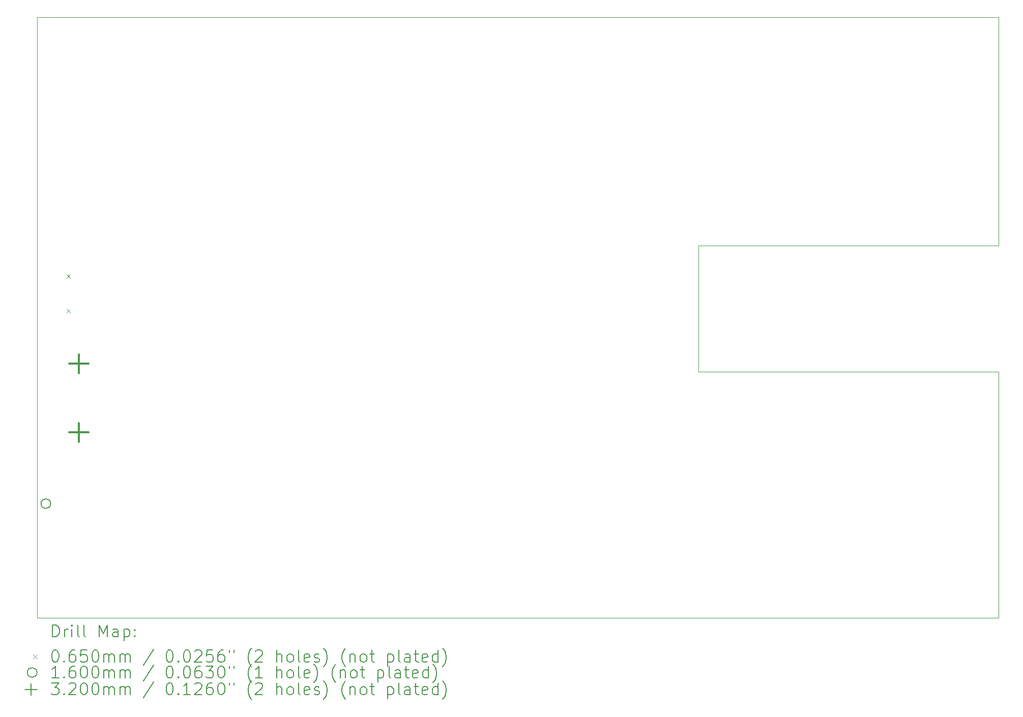
<source format=gbr>
%FSLAX45Y45*%
G04 Gerber Fmt 4.5, Leading zero omitted, Abs format (unit mm)*
G04 Created by KiCad (PCBNEW (6.0.0)) date 2022-07-08 19:14:19*
%MOMM*%
%LPD*%
G01*
G04 APERTURE LIST*
%TA.AperFunction,Profile*%
%ADD10C,0.100000*%
%TD*%
%ADD11C,0.200000*%
%ADD12C,0.065000*%
%ADD13C,0.160000*%
%ADD14C,0.320000*%
G04 APERTURE END LIST*
D10*
X11000000Y-5900000D02*
X16000000Y-5900000D01*
X0Y-10000000D02*
X16000000Y-10000000D01*
X16000000Y-5900000D02*
X16000000Y-10000000D01*
X0Y0D02*
X0Y-10000000D01*
X16000000Y-3800000D02*
X16000000Y0D01*
X11000000Y-3800000D02*
X11000000Y-5900000D01*
X16000000Y0D02*
X0Y0D01*
X16000000Y-3800000D02*
X11000000Y-3800000D01*
D11*
D12*
X486840Y-4277760D02*
X551840Y-4342760D01*
X551840Y-4277760D02*
X486840Y-4342760D01*
X486840Y-4855760D02*
X551840Y-4920760D01*
X551840Y-4855760D02*
X486840Y-4920760D01*
D13*
X222760Y-8097520D02*
G75*
G03*
X222760Y-8097520I-80000J0D01*
G01*
D14*
X690640Y-5609260D02*
X690640Y-5929260D01*
X530640Y-5769260D02*
X850640Y-5769260D01*
X690640Y-6752260D02*
X690640Y-7072260D01*
X530640Y-6912260D02*
X850640Y-6912260D01*
D11*
X252619Y-10315476D02*
X252619Y-10115476D01*
X300238Y-10115476D01*
X328810Y-10125000D01*
X347857Y-10144048D01*
X357381Y-10163095D01*
X366905Y-10201190D01*
X366905Y-10229762D01*
X357381Y-10267857D01*
X347857Y-10286905D01*
X328810Y-10305952D01*
X300238Y-10315476D01*
X252619Y-10315476D01*
X452619Y-10315476D02*
X452619Y-10182143D01*
X452619Y-10220238D02*
X462143Y-10201190D01*
X471667Y-10191667D01*
X490714Y-10182143D01*
X509762Y-10182143D01*
X576429Y-10315476D02*
X576429Y-10182143D01*
X576429Y-10115476D02*
X566905Y-10125000D01*
X576429Y-10134524D01*
X585952Y-10125000D01*
X576429Y-10115476D01*
X576429Y-10134524D01*
X700238Y-10315476D02*
X681190Y-10305952D01*
X671667Y-10286905D01*
X671667Y-10115476D01*
X805000Y-10315476D02*
X785952Y-10305952D01*
X776428Y-10286905D01*
X776428Y-10115476D01*
X1033571Y-10315476D02*
X1033571Y-10115476D01*
X1100238Y-10258333D01*
X1166905Y-10115476D01*
X1166905Y-10315476D01*
X1347857Y-10315476D02*
X1347857Y-10210714D01*
X1338333Y-10191667D01*
X1319286Y-10182143D01*
X1281190Y-10182143D01*
X1262143Y-10191667D01*
X1347857Y-10305952D02*
X1328810Y-10315476D01*
X1281190Y-10315476D01*
X1262143Y-10305952D01*
X1252619Y-10286905D01*
X1252619Y-10267857D01*
X1262143Y-10248810D01*
X1281190Y-10239286D01*
X1328810Y-10239286D01*
X1347857Y-10229762D01*
X1443095Y-10182143D02*
X1443095Y-10382143D01*
X1443095Y-10191667D02*
X1462143Y-10182143D01*
X1500238Y-10182143D01*
X1519286Y-10191667D01*
X1528809Y-10201190D01*
X1538333Y-10220238D01*
X1538333Y-10277381D01*
X1528809Y-10296429D01*
X1519286Y-10305952D01*
X1500238Y-10315476D01*
X1462143Y-10315476D01*
X1443095Y-10305952D01*
X1624048Y-10296429D02*
X1633571Y-10305952D01*
X1624048Y-10315476D01*
X1614524Y-10305952D01*
X1624048Y-10296429D01*
X1624048Y-10315476D01*
X1624048Y-10191667D02*
X1633571Y-10201190D01*
X1624048Y-10210714D01*
X1614524Y-10201190D01*
X1624048Y-10191667D01*
X1624048Y-10210714D01*
D12*
X-70000Y-10612500D02*
X-5000Y-10677500D01*
X-5000Y-10612500D02*
X-70000Y-10677500D01*
D11*
X290714Y-10535476D02*
X309762Y-10535476D01*
X328810Y-10545000D01*
X338333Y-10554524D01*
X347857Y-10573571D01*
X357381Y-10611667D01*
X357381Y-10659286D01*
X347857Y-10697381D01*
X338333Y-10716429D01*
X328810Y-10725952D01*
X309762Y-10735476D01*
X290714Y-10735476D01*
X271667Y-10725952D01*
X262143Y-10716429D01*
X252619Y-10697381D01*
X243095Y-10659286D01*
X243095Y-10611667D01*
X252619Y-10573571D01*
X262143Y-10554524D01*
X271667Y-10545000D01*
X290714Y-10535476D01*
X443095Y-10716429D02*
X452619Y-10725952D01*
X443095Y-10735476D01*
X433571Y-10725952D01*
X443095Y-10716429D01*
X443095Y-10735476D01*
X624048Y-10535476D02*
X585952Y-10535476D01*
X566905Y-10545000D01*
X557381Y-10554524D01*
X538333Y-10583095D01*
X528810Y-10621190D01*
X528810Y-10697381D01*
X538333Y-10716429D01*
X547857Y-10725952D01*
X566905Y-10735476D01*
X605000Y-10735476D01*
X624048Y-10725952D01*
X633571Y-10716429D01*
X643095Y-10697381D01*
X643095Y-10649762D01*
X633571Y-10630714D01*
X624048Y-10621190D01*
X605000Y-10611667D01*
X566905Y-10611667D01*
X547857Y-10621190D01*
X538333Y-10630714D01*
X528810Y-10649762D01*
X824048Y-10535476D02*
X728809Y-10535476D01*
X719286Y-10630714D01*
X728809Y-10621190D01*
X747857Y-10611667D01*
X795476Y-10611667D01*
X814524Y-10621190D01*
X824048Y-10630714D01*
X833571Y-10649762D01*
X833571Y-10697381D01*
X824048Y-10716429D01*
X814524Y-10725952D01*
X795476Y-10735476D01*
X747857Y-10735476D01*
X728809Y-10725952D01*
X719286Y-10716429D01*
X957381Y-10535476D02*
X976428Y-10535476D01*
X995476Y-10545000D01*
X1005000Y-10554524D01*
X1014524Y-10573571D01*
X1024048Y-10611667D01*
X1024048Y-10659286D01*
X1014524Y-10697381D01*
X1005000Y-10716429D01*
X995476Y-10725952D01*
X976428Y-10735476D01*
X957381Y-10735476D01*
X938333Y-10725952D01*
X928809Y-10716429D01*
X919286Y-10697381D01*
X909762Y-10659286D01*
X909762Y-10611667D01*
X919286Y-10573571D01*
X928809Y-10554524D01*
X938333Y-10545000D01*
X957381Y-10535476D01*
X1109762Y-10735476D02*
X1109762Y-10602143D01*
X1109762Y-10621190D02*
X1119286Y-10611667D01*
X1138333Y-10602143D01*
X1166905Y-10602143D01*
X1185952Y-10611667D01*
X1195476Y-10630714D01*
X1195476Y-10735476D01*
X1195476Y-10630714D02*
X1205000Y-10611667D01*
X1224048Y-10602143D01*
X1252619Y-10602143D01*
X1271667Y-10611667D01*
X1281190Y-10630714D01*
X1281190Y-10735476D01*
X1376429Y-10735476D02*
X1376429Y-10602143D01*
X1376429Y-10621190D02*
X1385952Y-10611667D01*
X1405000Y-10602143D01*
X1433571Y-10602143D01*
X1452619Y-10611667D01*
X1462143Y-10630714D01*
X1462143Y-10735476D01*
X1462143Y-10630714D02*
X1471667Y-10611667D01*
X1490714Y-10602143D01*
X1519286Y-10602143D01*
X1538333Y-10611667D01*
X1547857Y-10630714D01*
X1547857Y-10735476D01*
X1938333Y-10525952D02*
X1766905Y-10783095D01*
X2195476Y-10535476D02*
X2214524Y-10535476D01*
X2233571Y-10545000D01*
X2243095Y-10554524D01*
X2252619Y-10573571D01*
X2262143Y-10611667D01*
X2262143Y-10659286D01*
X2252619Y-10697381D01*
X2243095Y-10716429D01*
X2233571Y-10725952D01*
X2214524Y-10735476D01*
X2195476Y-10735476D01*
X2176429Y-10725952D01*
X2166905Y-10716429D01*
X2157381Y-10697381D01*
X2147857Y-10659286D01*
X2147857Y-10611667D01*
X2157381Y-10573571D01*
X2166905Y-10554524D01*
X2176429Y-10545000D01*
X2195476Y-10535476D01*
X2347857Y-10716429D02*
X2357381Y-10725952D01*
X2347857Y-10735476D01*
X2338333Y-10725952D01*
X2347857Y-10716429D01*
X2347857Y-10735476D01*
X2481190Y-10535476D02*
X2500238Y-10535476D01*
X2519286Y-10545000D01*
X2528810Y-10554524D01*
X2538333Y-10573571D01*
X2547857Y-10611667D01*
X2547857Y-10659286D01*
X2538333Y-10697381D01*
X2528810Y-10716429D01*
X2519286Y-10725952D01*
X2500238Y-10735476D01*
X2481190Y-10735476D01*
X2462143Y-10725952D01*
X2452619Y-10716429D01*
X2443095Y-10697381D01*
X2433571Y-10659286D01*
X2433571Y-10611667D01*
X2443095Y-10573571D01*
X2452619Y-10554524D01*
X2462143Y-10545000D01*
X2481190Y-10535476D01*
X2624048Y-10554524D02*
X2633571Y-10545000D01*
X2652619Y-10535476D01*
X2700238Y-10535476D01*
X2719286Y-10545000D01*
X2728810Y-10554524D01*
X2738333Y-10573571D01*
X2738333Y-10592619D01*
X2728810Y-10621190D01*
X2614524Y-10735476D01*
X2738333Y-10735476D01*
X2919286Y-10535476D02*
X2824048Y-10535476D01*
X2814524Y-10630714D01*
X2824048Y-10621190D01*
X2843095Y-10611667D01*
X2890714Y-10611667D01*
X2909762Y-10621190D01*
X2919286Y-10630714D01*
X2928809Y-10649762D01*
X2928809Y-10697381D01*
X2919286Y-10716429D01*
X2909762Y-10725952D01*
X2890714Y-10735476D01*
X2843095Y-10735476D01*
X2824048Y-10725952D01*
X2814524Y-10716429D01*
X3100238Y-10535476D02*
X3062143Y-10535476D01*
X3043095Y-10545000D01*
X3033571Y-10554524D01*
X3014524Y-10583095D01*
X3005000Y-10621190D01*
X3005000Y-10697381D01*
X3014524Y-10716429D01*
X3024048Y-10725952D01*
X3043095Y-10735476D01*
X3081190Y-10735476D01*
X3100238Y-10725952D01*
X3109762Y-10716429D01*
X3119286Y-10697381D01*
X3119286Y-10649762D01*
X3109762Y-10630714D01*
X3100238Y-10621190D01*
X3081190Y-10611667D01*
X3043095Y-10611667D01*
X3024048Y-10621190D01*
X3014524Y-10630714D01*
X3005000Y-10649762D01*
X3195476Y-10535476D02*
X3195476Y-10573571D01*
X3271667Y-10535476D02*
X3271667Y-10573571D01*
X3566905Y-10811667D02*
X3557381Y-10802143D01*
X3538333Y-10773571D01*
X3528809Y-10754524D01*
X3519286Y-10725952D01*
X3509762Y-10678333D01*
X3509762Y-10640238D01*
X3519286Y-10592619D01*
X3528809Y-10564048D01*
X3538333Y-10545000D01*
X3557381Y-10516429D01*
X3566905Y-10506905D01*
X3633571Y-10554524D02*
X3643095Y-10545000D01*
X3662143Y-10535476D01*
X3709762Y-10535476D01*
X3728809Y-10545000D01*
X3738333Y-10554524D01*
X3747857Y-10573571D01*
X3747857Y-10592619D01*
X3738333Y-10621190D01*
X3624048Y-10735476D01*
X3747857Y-10735476D01*
X3985952Y-10735476D02*
X3985952Y-10535476D01*
X4071667Y-10735476D02*
X4071667Y-10630714D01*
X4062143Y-10611667D01*
X4043095Y-10602143D01*
X4014524Y-10602143D01*
X3995476Y-10611667D01*
X3985952Y-10621190D01*
X4195476Y-10735476D02*
X4176428Y-10725952D01*
X4166905Y-10716429D01*
X4157381Y-10697381D01*
X4157381Y-10640238D01*
X4166905Y-10621190D01*
X4176428Y-10611667D01*
X4195476Y-10602143D01*
X4224048Y-10602143D01*
X4243095Y-10611667D01*
X4252619Y-10621190D01*
X4262143Y-10640238D01*
X4262143Y-10697381D01*
X4252619Y-10716429D01*
X4243095Y-10725952D01*
X4224048Y-10735476D01*
X4195476Y-10735476D01*
X4376429Y-10735476D02*
X4357381Y-10725952D01*
X4347857Y-10706905D01*
X4347857Y-10535476D01*
X4528810Y-10725952D02*
X4509762Y-10735476D01*
X4471667Y-10735476D01*
X4452619Y-10725952D01*
X4443095Y-10706905D01*
X4443095Y-10630714D01*
X4452619Y-10611667D01*
X4471667Y-10602143D01*
X4509762Y-10602143D01*
X4528810Y-10611667D01*
X4538333Y-10630714D01*
X4538333Y-10649762D01*
X4443095Y-10668810D01*
X4614524Y-10725952D02*
X4633571Y-10735476D01*
X4671667Y-10735476D01*
X4690714Y-10725952D01*
X4700238Y-10706905D01*
X4700238Y-10697381D01*
X4690714Y-10678333D01*
X4671667Y-10668810D01*
X4643095Y-10668810D01*
X4624048Y-10659286D01*
X4614524Y-10640238D01*
X4614524Y-10630714D01*
X4624048Y-10611667D01*
X4643095Y-10602143D01*
X4671667Y-10602143D01*
X4690714Y-10611667D01*
X4766905Y-10811667D02*
X4776429Y-10802143D01*
X4795476Y-10773571D01*
X4805000Y-10754524D01*
X4814524Y-10725952D01*
X4824048Y-10678333D01*
X4824048Y-10640238D01*
X4814524Y-10592619D01*
X4805000Y-10564048D01*
X4795476Y-10545000D01*
X4776429Y-10516429D01*
X4766905Y-10506905D01*
X5128810Y-10811667D02*
X5119286Y-10802143D01*
X5100238Y-10773571D01*
X5090714Y-10754524D01*
X5081190Y-10725952D01*
X5071667Y-10678333D01*
X5071667Y-10640238D01*
X5081190Y-10592619D01*
X5090714Y-10564048D01*
X5100238Y-10545000D01*
X5119286Y-10516429D01*
X5128810Y-10506905D01*
X5205000Y-10602143D02*
X5205000Y-10735476D01*
X5205000Y-10621190D02*
X5214524Y-10611667D01*
X5233571Y-10602143D01*
X5262143Y-10602143D01*
X5281190Y-10611667D01*
X5290714Y-10630714D01*
X5290714Y-10735476D01*
X5414524Y-10735476D02*
X5395476Y-10725952D01*
X5385952Y-10716429D01*
X5376429Y-10697381D01*
X5376429Y-10640238D01*
X5385952Y-10621190D01*
X5395476Y-10611667D01*
X5414524Y-10602143D01*
X5443095Y-10602143D01*
X5462143Y-10611667D01*
X5471667Y-10621190D01*
X5481190Y-10640238D01*
X5481190Y-10697381D01*
X5471667Y-10716429D01*
X5462143Y-10725952D01*
X5443095Y-10735476D01*
X5414524Y-10735476D01*
X5538333Y-10602143D02*
X5614524Y-10602143D01*
X5566905Y-10535476D02*
X5566905Y-10706905D01*
X5576429Y-10725952D01*
X5595476Y-10735476D01*
X5614524Y-10735476D01*
X5833571Y-10602143D02*
X5833571Y-10802143D01*
X5833571Y-10611667D02*
X5852619Y-10602143D01*
X5890714Y-10602143D01*
X5909762Y-10611667D01*
X5919286Y-10621190D01*
X5928809Y-10640238D01*
X5928809Y-10697381D01*
X5919286Y-10716429D01*
X5909762Y-10725952D01*
X5890714Y-10735476D01*
X5852619Y-10735476D01*
X5833571Y-10725952D01*
X6043095Y-10735476D02*
X6024048Y-10725952D01*
X6014524Y-10706905D01*
X6014524Y-10535476D01*
X6205000Y-10735476D02*
X6205000Y-10630714D01*
X6195476Y-10611667D01*
X6176428Y-10602143D01*
X6138333Y-10602143D01*
X6119286Y-10611667D01*
X6205000Y-10725952D02*
X6185952Y-10735476D01*
X6138333Y-10735476D01*
X6119286Y-10725952D01*
X6109762Y-10706905D01*
X6109762Y-10687857D01*
X6119286Y-10668810D01*
X6138333Y-10659286D01*
X6185952Y-10659286D01*
X6205000Y-10649762D01*
X6271667Y-10602143D02*
X6347857Y-10602143D01*
X6300238Y-10535476D02*
X6300238Y-10706905D01*
X6309762Y-10725952D01*
X6328809Y-10735476D01*
X6347857Y-10735476D01*
X6490714Y-10725952D02*
X6471667Y-10735476D01*
X6433571Y-10735476D01*
X6414524Y-10725952D01*
X6405000Y-10706905D01*
X6405000Y-10630714D01*
X6414524Y-10611667D01*
X6433571Y-10602143D01*
X6471667Y-10602143D01*
X6490714Y-10611667D01*
X6500238Y-10630714D01*
X6500238Y-10649762D01*
X6405000Y-10668810D01*
X6671667Y-10735476D02*
X6671667Y-10535476D01*
X6671667Y-10725952D02*
X6652619Y-10735476D01*
X6614524Y-10735476D01*
X6595476Y-10725952D01*
X6585952Y-10716429D01*
X6576428Y-10697381D01*
X6576428Y-10640238D01*
X6585952Y-10621190D01*
X6595476Y-10611667D01*
X6614524Y-10602143D01*
X6652619Y-10602143D01*
X6671667Y-10611667D01*
X6747857Y-10811667D02*
X6757381Y-10802143D01*
X6776428Y-10773571D01*
X6785952Y-10754524D01*
X6795476Y-10725952D01*
X6805000Y-10678333D01*
X6805000Y-10640238D01*
X6795476Y-10592619D01*
X6785952Y-10564048D01*
X6776428Y-10545000D01*
X6757381Y-10516429D01*
X6747857Y-10506905D01*
D13*
X-5000Y-10909000D02*
G75*
G03*
X-5000Y-10909000I-80000J0D01*
G01*
D11*
X357381Y-10999476D02*
X243095Y-10999476D01*
X300238Y-10999476D02*
X300238Y-10799476D01*
X281190Y-10828048D01*
X262143Y-10847095D01*
X243095Y-10856619D01*
X443095Y-10980429D02*
X452619Y-10989952D01*
X443095Y-10999476D01*
X433571Y-10989952D01*
X443095Y-10980429D01*
X443095Y-10999476D01*
X624048Y-10799476D02*
X585952Y-10799476D01*
X566905Y-10809000D01*
X557381Y-10818524D01*
X538333Y-10847095D01*
X528810Y-10885190D01*
X528810Y-10961381D01*
X538333Y-10980429D01*
X547857Y-10989952D01*
X566905Y-10999476D01*
X605000Y-10999476D01*
X624048Y-10989952D01*
X633571Y-10980429D01*
X643095Y-10961381D01*
X643095Y-10913762D01*
X633571Y-10894714D01*
X624048Y-10885190D01*
X605000Y-10875667D01*
X566905Y-10875667D01*
X547857Y-10885190D01*
X538333Y-10894714D01*
X528810Y-10913762D01*
X766905Y-10799476D02*
X785952Y-10799476D01*
X805000Y-10809000D01*
X814524Y-10818524D01*
X824048Y-10837571D01*
X833571Y-10875667D01*
X833571Y-10923286D01*
X824048Y-10961381D01*
X814524Y-10980429D01*
X805000Y-10989952D01*
X785952Y-10999476D01*
X766905Y-10999476D01*
X747857Y-10989952D01*
X738333Y-10980429D01*
X728809Y-10961381D01*
X719286Y-10923286D01*
X719286Y-10875667D01*
X728809Y-10837571D01*
X738333Y-10818524D01*
X747857Y-10809000D01*
X766905Y-10799476D01*
X957381Y-10799476D02*
X976428Y-10799476D01*
X995476Y-10809000D01*
X1005000Y-10818524D01*
X1014524Y-10837571D01*
X1024048Y-10875667D01*
X1024048Y-10923286D01*
X1014524Y-10961381D01*
X1005000Y-10980429D01*
X995476Y-10989952D01*
X976428Y-10999476D01*
X957381Y-10999476D01*
X938333Y-10989952D01*
X928809Y-10980429D01*
X919286Y-10961381D01*
X909762Y-10923286D01*
X909762Y-10875667D01*
X919286Y-10837571D01*
X928809Y-10818524D01*
X938333Y-10809000D01*
X957381Y-10799476D01*
X1109762Y-10999476D02*
X1109762Y-10866143D01*
X1109762Y-10885190D02*
X1119286Y-10875667D01*
X1138333Y-10866143D01*
X1166905Y-10866143D01*
X1185952Y-10875667D01*
X1195476Y-10894714D01*
X1195476Y-10999476D01*
X1195476Y-10894714D02*
X1205000Y-10875667D01*
X1224048Y-10866143D01*
X1252619Y-10866143D01*
X1271667Y-10875667D01*
X1281190Y-10894714D01*
X1281190Y-10999476D01*
X1376429Y-10999476D02*
X1376429Y-10866143D01*
X1376429Y-10885190D02*
X1385952Y-10875667D01*
X1405000Y-10866143D01*
X1433571Y-10866143D01*
X1452619Y-10875667D01*
X1462143Y-10894714D01*
X1462143Y-10999476D01*
X1462143Y-10894714D02*
X1471667Y-10875667D01*
X1490714Y-10866143D01*
X1519286Y-10866143D01*
X1538333Y-10875667D01*
X1547857Y-10894714D01*
X1547857Y-10999476D01*
X1938333Y-10789952D02*
X1766905Y-11047095D01*
X2195476Y-10799476D02*
X2214524Y-10799476D01*
X2233571Y-10809000D01*
X2243095Y-10818524D01*
X2252619Y-10837571D01*
X2262143Y-10875667D01*
X2262143Y-10923286D01*
X2252619Y-10961381D01*
X2243095Y-10980429D01*
X2233571Y-10989952D01*
X2214524Y-10999476D01*
X2195476Y-10999476D01*
X2176429Y-10989952D01*
X2166905Y-10980429D01*
X2157381Y-10961381D01*
X2147857Y-10923286D01*
X2147857Y-10875667D01*
X2157381Y-10837571D01*
X2166905Y-10818524D01*
X2176429Y-10809000D01*
X2195476Y-10799476D01*
X2347857Y-10980429D02*
X2357381Y-10989952D01*
X2347857Y-10999476D01*
X2338333Y-10989952D01*
X2347857Y-10980429D01*
X2347857Y-10999476D01*
X2481190Y-10799476D02*
X2500238Y-10799476D01*
X2519286Y-10809000D01*
X2528810Y-10818524D01*
X2538333Y-10837571D01*
X2547857Y-10875667D01*
X2547857Y-10923286D01*
X2538333Y-10961381D01*
X2528810Y-10980429D01*
X2519286Y-10989952D01*
X2500238Y-10999476D01*
X2481190Y-10999476D01*
X2462143Y-10989952D01*
X2452619Y-10980429D01*
X2443095Y-10961381D01*
X2433571Y-10923286D01*
X2433571Y-10875667D01*
X2443095Y-10837571D01*
X2452619Y-10818524D01*
X2462143Y-10809000D01*
X2481190Y-10799476D01*
X2719286Y-10799476D02*
X2681190Y-10799476D01*
X2662143Y-10809000D01*
X2652619Y-10818524D01*
X2633571Y-10847095D01*
X2624048Y-10885190D01*
X2624048Y-10961381D01*
X2633571Y-10980429D01*
X2643095Y-10989952D01*
X2662143Y-10999476D01*
X2700238Y-10999476D01*
X2719286Y-10989952D01*
X2728810Y-10980429D01*
X2738333Y-10961381D01*
X2738333Y-10913762D01*
X2728810Y-10894714D01*
X2719286Y-10885190D01*
X2700238Y-10875667D01*
X2662143Y-10875667D01*
X2643095Y-10885190D01*
X2633571Y-10894714D01*
X2624048Y-10913762D01*
X2805000Y-10799476D02*
X2928809Y-10799476D01*
X2862143Y-10875667D01*
X2890714Y-10875667D01*
X2909762Y-10885190D01*
X2919286Y-10894714D01*
X2928809Y-10913762D01*
X2928809Y-10961381D01*
X2919286Y-10980429D01*
X2909762Y-10989952D01*
X2890714Y-10999476D01*
X2833571Y-10999476D01*
X2814524Y-10989952D01*
X2805000Y-10980429D01*
X3052619Y-10799476D02*
X3071667Y-10799476D01*
X3090714Y-10809000D01*
X3100238Y-10818524D01*
X3109762Y-10837571D01*
X3119286Y-10875667D01*
X3119286Y-10923286D01*
X3109762Y-10961381D01*
X3100238Y-10980429D01*
X3090714Y-10989952D01*
X3071667Y-10999476D01*
X3052619Y-10999476D01*
X3033571Y-10989952D01*
X3024048Y-10980429D01*
X3014524Y-10961381D01*
X3005000Y-10923286D01*
X3005000Y-10875667D01*
X3014524Y-10837571D01*
X3024048Y-10818524D01*
X3033571Y-10809000D01*
X3052619Y-10799476D01*
X3195476Y-10799476D02*
X3195476Y-10837571D01*
X3271667Y-10799476D02*
X3271667Y-10837571D01*
X3566905Y-11075667D02*
X3557381Y-11066143D01*
X3538333Y-11037571D01*
X3528809Y-11018524D01*
X3519286Y-10989952D01*
X3509762Y-10942333D01*
X3509762Y-10904238D01*
X3519286Y-10856619D01*
X3528809Y-10828048D01*
X3538333Y-10809000D01*
X3557381Y-10780429D01*
X3566905Y-10770905D01*
X3747857Y-10999476D02*
X3633571Y-10999476D01*
X3690714Y-10999476D02*
X3690714Y-10799476D01*
X3671667Y-10828048D01*
X3652619Y-10847095D01*
X3633571Y-10856619D01*
X3985952Y-10999476D02*
X3985952Y-10799476D01*
X4071667Y-10999476D02*
X4071667Y-10894714D01*
X4062143Y-10875667D01*
X4043095Y-10866143D01*
X4014524Y-10866143D01*
X3995476Y-10875667D01*
X3985952Y-10885190D01*
X4195476Y-10999476D02*
X4176428Y-10989952D01*
X4166905Y-10980429D01*
X4157381Y-10961381D01*
X4157381Y-10904238D01*
X4166905Y-10885190D01*
X4176428Y-10875667D01*
X4195476Y-10866143D01*
X4224048Y-10866143D01*
X4243095Y-10875667D01*
X4252619Y-10885190D01*
X4262143Y-10904238D01*
X4262143Y-10961381D01*
X4252619Y-10980429D01*
X4243095Y-10989952D01*
X4224048Y-10999476D01*
X4195476Y-10999476D01*
X4376429Y-10999476D02*
X4357381Y-10989952D01*
X4347857Y-10970905D01*
X4347857Y-10799476D01*
X4528810Y-10989952D02*
X4509762Y-10999476D01*
X4471667Y-10999476D01*
X4452619Y-10989952D01*
X4443095Y-10970905D01*
X4443095Y-10894714D01*
X4452619Y-10875667D01*
X4471667Y-10866143D01*
X4509762Y-10866143D01*
X4528810Y-10875667D01*
X4538333Y-10894714D01*
X4538333Y-10913762D01*
X4443095Y-10932810D01*
X4605000Y-11075667D02*
X4614524Y-11066143D01*
X4633571Y-11037571D01*
X4643095Y-11018524D01*
X4652619Y-10989952D01*
X4662143Y-10942333D01*
X4662143Y-10904238D01*
X4652619Y-10856619D01*
X4643095Y-10828048D01*
X4633571Y-10809000D01*
X4614524Y-10780429D01*
X4605000Y-10770905D01*
X4966905Y-11075667D02*
X4957381Y-11066143D01*
X4938333Y-11037571D01*
X4928810Y-11018524D01*
X4919286Y-10989952D01*
X4909762Y-10942333D01*
X4909762Y-10904238D01*
X4919286Y-10856619D01*
X4928810Y-10828048D01*
X4938333Y-10809000D01*
X4957381Y-10780429D01*
X4966905Y-10770905D01*
X5043095Y-10866143D02*
X5043095Y-10999476D01*
X5043095Y-10885190D02*
X5052619Y-10875667D01*
X5071667Y-10866143D01*
X5100238Y-10866143D01*
X5119286Y-10875667D01*
X5128810Y-10894714D01*
X5128810Y-10999476D01*
X5252619Y-10999476D02*
X5233571Y-10989952D01*
X5224048Y-10980429D01*
X5214524Y-10961381D01*
X5214524Y-10904238D01*
X5224048Y-10885190D01*
X5233571Y-10875667D01*
X5252619Y-10866143D01*
X5281190Y-10866143D01*
X5300238Y-10875667D01*
X5309762Y-10885190D01*
X5319286Y-10904238D01*
X5319286Y-10961381D01*
X5309762Y-10980429D01*
X5300238Y-10989952D01*
X5281190Y-10999476D01*
X5252619Y-10999476D01*
X5376429Y-10866143D02*
X5452619Y-10866143D01*
X5405000Y-10799476D02*
X5405000Y-10970905D01*
X5414524Y-10989952D01*
X5433571Y-10999476D01*
X5452619Y-10999476D01*
X5671667Y-10866143D02*
X5671667Y-11066143D01*
X5671667Y-10875667D02*
X5690714Y-10866143D01*
X5728809Y-10866143D01*
X5747857Y-10875667D01*
X5757381Y-10885190D01*
X5766905Y-10904238D01*
X5766905Y-10961381D01*
X5757381Y-10980429D01*
X5747857Y-10989952D01*
X5728809Y-10999476D01*
X5690714Y-10999476D01*
X5671667Y-10989952D01*
X5881190Y-10999476D02*
X5862143Y-10989952D01*
X5852619Y-10970905D01*
X5852619Y-10799476D01*
X6043095Y-10999476D02*
X6043095Y-10894714D01*
X6033571Y-10875667D01*
X6014524Y-10866143D01*
X5976428Y-10866143D01*
X5957381Y-10875667D01*
X6043095Y-10989952D02*
X6024048Y-10999476D01*
X5976428Y-10999476D01*
X5957381Y-10989952D01*
X5947857Y-10970905D01*
X5947857Y-10951857D01*
X5957381Y-10932810D01*
X5976428Y-10923286D01*
X6024048Y-10923286D01*
X6043095Y-10913762D01*
X6109762Y-10866143D02*
X6185952Y-10866143D01*
X6138333Y-10799476D02*
X6138333Y-10970905D01*
X6147857Y-10989952D01*
X6166905Y-10999476D01*
X6185952Y-10999476D01*
X6328809Y-10989952D02*
X6309762Y-10999476D01*
X6271667Y-10999476D01*
X6252619Y-10989952D01*
X6243095Y-10970905D01*
X6243095Y-10894714D01*
X6252619Y-10875667D01*
X6271667Y-10866143D01*
X6309762Y-10866143D01*
X6328809Y-10875667D01*
X6338333Y-10894714D01*
X6338333Y-10913762D01*
X6243095Y-10932810D01*
X6509762Y-10999476D02*
X6509762Y-10799476D01*
X6509762Y-10989952D02*
X6490714Y-10999476D01*
X6452619Y-10999476D01*
X6433571Y-10989952D01*
X6424048Y-10980429D01*
X6414524Y-10961381D01*
X6414524Y-10904238D01*
X6424048Y-10885190D01*
X6433571Y-10875667D01*
X6452619Y-10866143D01*
X6490714Y-10866143D01*
X6509762Y-10875667D01*
X6585952Y-11075667D02*
X6595476Y-11066143D01*
X6614524Y-11037571D01*
X6624048Y-11018524D01*
X6633571Y-10989952D01*
X6643095Y-10942333D01*
X6643095Y-10904238D01*
X6633571Y-10856619D01*
X6624048Y-10828048D01*
X6614524Y-10809000D01*
X6595476Y-10780429D01*
X6585952Y-10770905D01*
X-105000Y-11089000D02*
X-105000Y-11289000D01*
X-205000Y-11189000D02*
X-5000Y-11189000D01*
X233571Y-11079476D02*
X357381Y-11079476D01*
X290714Y-11155667D01*
X319286Y-11155667D01*
X338333Y-11165190D01*
X347857Y-11174714D01*
X357381Y-11193762D01*
X357381Y-11241381D01*
X347857Y-11260428D01*
X338333Y-11269952D01*
X319286Y-11279476D01*
X262143Y-11279476D01*
X243095Y-11269952D01*
X233571Y-11260428D01*
X443095Y-11260428D02*
X452619Y-11269952D01*
X443095Y-11279476D01*
X433571Y-11269952D01*
X443095Y-11260428D01*
X443095Y-11279476D01*
X528810Y-11098524D02*
X538333Y-11089000D01*
X557381Y-11079476D01*
X605000Y-11079476D01*
X624048Y-11089000D01*
X633571Y-11098524D01*
X643095Y-11117571D01*
X643095Y-11136619D01*
X633571Y-11165190D01*
X519286Y-11279476D01*
X643095Y-11279476D01*
X766905Y-11079476D02*
X785952Y-11079476D01*
X805000Y-11089000D01*
X814524Y-11098524D01*
X824048Y-11117571D01*
X833571Y-11155667D01*
X833571Y-11203286D01*
X824048Y-11241381D01*
X814524Y-11260428D01*
X805000Y-11269952D01*
X785952Y-11279476D01*
X766905Y-11279476D01*
X747857Y-11269952D01*
X738333Y-11260428D01*
X728809Y-11241381D01*
X719286Y-11203286D01*
X719286Y-11155667D01*
X728809Y-11117571D01*
X738333Y-11098524D01*
X747857Y-11089000D01*
X766905Y-11079476D01*
X957381Y-11079476D02*
X976428Y-11079476D01*
X995476Y-11089000D01*
X1005000Y-11098524D01*
X1014524Y-11117571D01*
X1024048Y-11155667D01*
X1024048Y-11203286D01*
X1014524Y-11241381D01*
X1005000Y-11260428D01*
X995476Y-11269952D01*
X976428Y-11279476D01*
X957381Y-11279476D01*
X938333Y-11269952D01*
X928809Y-11260428D01*
X919286Y-11241381D01*
X909762Y-11203286D01*
X909762Y-11155667D01*
X919286Y-11117571D01*
X928809Y-11098524D01*
X938333Y-11089000D01*
X957381Y-11079476D01*
X1109762Y-11279476D02*
X1109762Y-11146143D01*
X1109762Y-11165190D02*
X1119286Y-11155667D01*
X1138333Y-11146143D01*
X1166905Y-11146143D01*
X1185952Y-11155667D01*
X1195476Y-11174714D01*
X1195476Y-11279476D01*
X1195476Y-11174714D02*
X1205000Y-11155667D01*
X1224048Y-11146143D01*
X1252619Y-11146143D01*
X1271667Y-11155667D01*
X1281190Y-11174714D01*
X1281190Y-11279476D01*
X1376429Y-11279476D02*
X1376429Y-11146143D01*
X1376429Y-11165190D02*
X1385952Y-11155667D01*
X1405000Y-11146143D01*
X1433571Y-11146143D01*
X1452619Y-11155667D01*
X1462143Y-11174714D01*
X1462143Y-11279476D01*
X1462143Y-11174714D02*
X1471667Y-11155667D01*
X1490714Y-11146143D01*
X1519286Y-11146143D01*
X1538333Y-11155667D01*
X1547857Y-11174714D01*
X1547857Y-11279476D01*
X1938333Y-11069952D02*
X1766905Y-11327095D01*
X2195476Y-11079476D02*
X2214524Y-11079476D01*
X2233571Y-11089000D01*
X2243095Y-11098524D01*
X2252619Y-11117571D01*
X2262143Y-11155667D01*
X2262143Y-11203286D01*
X2252619Y-11241381D01*
X2243095Y-11260428D01*
X2233571Y-11269952D01*
X2214524Y-11279476D01*
X2195476Y-11279476D01*
X2176429Y-11269952D01*
X2166905Y-11260428D01*
X2157381Y-11241381D01*
X2147857Y-11203286D01*
X2147857Y-11155667D01*
X2157381Y-11117571D01*
X2166905Y-11098524D01*
X2176429Y-11089000D01*
X2195476Y-11079476D01*
X2347857Y-11260428D02*
X2357381Y-11269952D01*
X2347857Y-11279476D01*
X2338333Y-11269952D01*
X2347857Y-11260428D01*
X2347857Y-11279476D01*
X2547857Y-11279476D02*
X2433571Y-11279476D01*
X2490714Y-11279476D02*
X2490714Y-11079476D01*
X2471667Y-11108048D01*
X2452619Y-11127095D01*
X2433571Y-11136619D01*
X2624048Y-11098524D02*
X2633571Y-11089000D01*
X2652619Y-11079476D01*
X2700238Y-11079476D01*
X2719286Y-11089000D01*
X2728810Y-11098524D01*
X2738333Y-11117571D01*
X2738333Y-11136619D01*
X2728810Y-11165190D01*
X2614524Y-11279476D01*
X2738333Y-11279476D01*
X2909762Y-11079476D02*
X2871667Y-11079476D01*
X2852619Y-11089000D01*
X2843095Y-11098524D01*
X2824048Y-11127095D01*
X2814524Y-11165190D01*
X2814524Y-11241381D01*
X2824048Y-11260428D01*
X2833571Y-11269952D01*
X2852619Y-11279476D01*
X2890714Y-11279476D01*
X2909762Y-11269952D01*
X2919286Y-11260428D01*
X2928809Y-11241381D01*
X2928809Y-11193762D01*
X2919286Y-11174714D01*
X2909762Y-11165190D01*
X2890714Y-11155667D01*
X2852619Y-11155667D01*
X2833571Y-11165190D01*
X2824048Y-11174714D01*
X2814524Y-11193762D01*
X3052619Y-11079476D02*
X3071667Y-11079476D01*
X3090714Y-11089000D01*
X3100238Y-11098524D01*
X3109762Y-11117571D01*
X3119286Y-11155667D01*
X3119286Y-11203286D01*
X3109762Y-11241381D01*
X3100238Y-11260428D01*
X3090714Y-11269952D01*
X3071667Y-11279476D01*
X3052619Y-11279476D01*
X3033571Y-11269952D01*
X3024048Y-11260428D01*
X3014524Y-11241381D01*
X3005000Y-11203286D01*
X3005000Y-11155667D01*
X3014524Y-11117571D01*
X3024048Y-11098524D01*
X3033571Y-11089000D01*
X3052619Y-11079476D01*
X3195476Y-11079476D02*
X3195476Y-11117571D01*
X3271667Y-11079476D02*
X3271667Y-11117571D01*
X3566905Y-11355667D02*
X3557381Y-11346143D01*
X3538333Y-11317571D01*
X3528809Y-11298524D01*
X3519286Y-11269952D01*
X3509762Y-11222333D01*
X3509762Y-11184238D01*
X3519286Y-11136619D01*
X3528809Y-11108048D01*
X3538333Y-11089000D01*
X3557381Y-11060429D01*
X3566905Y-11050905D01*
X3633571Y-11098524D02*
X3643095Y-11089000D01*
X3662143Y-11079476D01*
X3709762Y-11079476D01*
X3728809Y-11089000D01*
X3738333Y-11098524D01*
X3747857Y-11117571D01*
X3747857Y-11136619D01*
X3738333Y-11165190D01*
X3624048Y-11279476D01*
X3747857Y-11279476D01*
X3985952Y-11279476D02*
X3985952Y-11079476D01*
X4071667Y-11279476D02*
X4071667Y-11174714D01*
X4062143Y-11155667D01*
X4043095Y-11146143D01*
X4014524Y-11146143D01*
X3995476Y-11155667D01*
X3985952Y-11165190D01*
X4195476Y-11279476D02*
X4176428Y-11269952D01*
X4166905Y-11260428D01*
X4157381Y-11241381D01*
X4157381Y-11184238D01*
X4166905Y-11165190D01*
X4176428Y-11155667D01*
X4195476Y-11146143D01*
X4224048Y-11146143D01*
X4243095Y-11155667D01*
X4252619Y-11165190D01*
X4262143Y-11184238D01*
X4262143Y-11241381D01*
X4252619Y-11260428D01*
X4243095Y-11269952D01*
X4224048Y-11279476D01*
X4195476Y-11279476D01*
X4376429Y-11279476D02*
X4357381Y-11269952D01*
X4347857Y-11250905D01*
X4347857Y-11079476D01*
X4528810Y-11269952D02*
X4509762Y-11279476D01*
X4471667Y-11279476D01*
X4452619Y-11269952D01*
X4443095Y-11250905D01*
X4443095Y-11174714D01*
X4452619Y-11155667D01*
X4471667Y-11146143D01*
X4509762Y-11146143D01*
X4528810Y-11155667D01*
X4538333Y-11174714D01*
X4538333Y-11193762D01*
X4443095Y-11212809D01*
X4614524Y-11269952D02*
X4633571Y-11279476D01*
X4671667Y-11279476D01*
X4690714Y-11269952D01*
X4700238Y-11250905D01*
X4700238Y-11241381D01*
X4690714Y-11222333D01*
X4671667Y-11212809D01*
X4643095Y-11212809D01*
X4624048Y-11203286D01*
X4614524Y-11184238D01*
X4614524Y-11174714D01*
X4624048Y-11155667D01*
X4643095Y-11146143D01*
X4671667Y-11146143D01*
X4690714Y-11155667D01*
X4766905Y-11355667D02*
X4776429Y-11346143D01*
X4795476Y-11317571D01*
X4805000Y-11298524D01*
X4814524Y-11269952D01*
X4824048Y-11222333D01*
X4824048Y-11184238D01*
X4814524Y-11136619D01*
X4805000Y-11108048D01*
X4795476Y-11089000D01*
X4776429Y-11060429D01*
X4766905Y-11050905D01*
X5128810Y-11355667D02*
X5119286Y-11346143D01*
X5100238Y-11317571D01*
X5090714Y-11298524D01*
X5081190Y-11269952D01*
X5071667Y-11222333D01*
X5071667Y-11184238D01*
X5081190Y-11136619D01*
X5090714Y-11108048D01*
X5100238Y-11089000D01*
X5119286Y-11060429D01*
X5128810Y-11050905D01*
X5205000Y-11146143D02*
X5205000Y-11279476D01*
X5205000Y-11165190D02*
X5214524Y-11155667D01*
X5233571Y-11146143D01*
X5262143Y-11146143D01*
X5281190Y-11155667D01*
X5290714Y-11174714D01*
X5290714Y-11279476D01*
X5414524Y-11279476D02*
X5395476Y-11269952D01*
X5385952Y-11260428D01*
X5376429Y-11241381D01*
X5376429Y-11184238D01*
X5385952Y-11165190D01*
X5395476Y-11155667D01*
X5414524Y-11146143D01*
X5443095Y-11146143D01*
X5462143Y-11155667D01*
X5471667Y-11165190D01*
X5481190Y-11184238D01*
X5481190Y-11241381D01*
X5471667Y-11260428D01*
X5462143Y-11269952D01*
X5443095Y-11279476D01*
X5414524Y-11279476D01*
X5538333Y-11146143D02*
X5614524Y-11146143D01*
X5566905Y-11079476D02*
X5566905Y-11250905D01*
X5576429Y-11269952D01*
X5595476Y-11279476D01*
X5614524Y-11279476D01*
X5833571Y-11146143D02*
X5833571Y-11346143D01*
X5833571Y-11155667D02*
X5852619Y-11146143D01*
X5890714Y-11146143D01*
X5909762Y-11155667D01*
X5919286Y-11165190D01*
X5928809Y-11184238D01*
X5928809Y-11241381D01*
X5919286Y-11260428D01*
X5909762Y-11269952D01*
X5890714Y-11279476D01*
X5852619Y-11279476D01*
X5833571Y-11269952D01*
X6043095Y-11279476D02*
X6024048Y-11269952D01*
X6014524Y-11250905D01*
X6014524Y-11079476D01*
X6205000Y-11279476D02*
X6205000Y-11174714D01*
X6195476Y-11155667D01*
X6176428Y-11146143D01*
X6138333Y-11146143D01*
X6119286Y-11155667D01*
X6205000Y-11269952D02*
X6185952Y-11279476D01*
X6138333Y-11279476D01*
X6119286Y-11269952D01*
X6109762Y-11250905D01*
X6109762Y-11231857D01*
X6119286Y-11212809D01*
X6138333Y-11203286D01*
X6185952Y-11203286D01*
X6205000Y-11193762D01*
X6271667Y-11146143D02*
X6347857Y-11146143D01*
X6300238Y-11079476D02*
X6300238Y-11250905D01*
X6309762Y-11269952D01*
X6328809Y-11279476D01*
X6347857Y-11279476D01*
X6490714Y-11269952D02*
X6471667Y-11279476D01*
X6433571Y-11279476D01*
X6414524Y-11269952D01*
X6405000Y-11250905D01*
X6405000Y-11174714D01*
X6414524Y-11155667D01*
X6433571Y-11146143D01*
X6471667Y-11146143D01*
X6490714Y-11155667D01*
X6500238Y-11174714D01*
X6500238Y-11193762D01*
X6405000Y-11212809D01*
X6671667Y-11279476D02*
X6671667Y-11079476D01*
X6671667Y-11269952D02*
X6652619Y-11279476D01*
X6614524Y-11279476D01*
X6595476Y-11269952D01*
X6585952Y-11260428D01*
X6576428Y-11241381D01*
X6576428Y-11184238D01*
X6585952Y-11165190D01*
X6595476Y-11155667D01*
X6614524Y-11146143D01*
X6652619Y-11146143D01*
X6671667Y-11155667D01*
X6747857Y-11355667D02*
X6757381Y-11346143D01*
X6776428Y-11317571D01*
X6785952Y-11298524D01*
X6795476Y-11269952D01*
X6805000Y-11222333D01*
X6805000Y-11184238D01*
X6795476Y-11136619D01*
X6785952Y-11108048D01*
X6776428Y-11089000D01*
X6757381Y-11060429D01*
X6747857Y-11050905D01*
M02*

</source>
